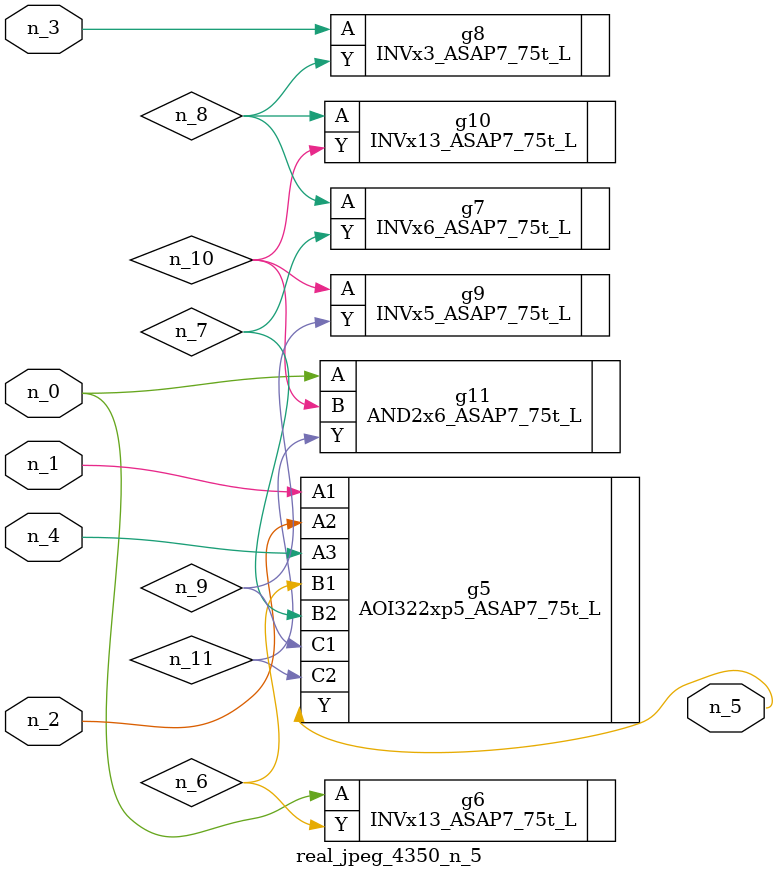
<source format=v>
module real_jpeg_4350_n_5 (n_4, n_0, n_1, n_2, n_3, n_5);

input n_4;
input n_0;
input n_1;
input n_2;
input n_3;

output n_5;

wire n_8;
wire n_11;
wire n_6;
wire n_7;
wire n_10;
wire n_9;

INVx13_ASAP7_75t_L g6 ( 
.A(n_0),
.Y(n_6)
);

AND2x6_ASAP7_75t_L g11 ( 
.A(n_0),
.B(n_10),
.Y(n_11)
);

AOI322xp5_ASAP7_75t_L g5 ( 
.A1(n_1),
.A2(n_2),
.A3(n_4),
.B1(n_6),
.B2(n_7),
.C1(n_9),
.C2(n_11),
.Y(n_5)
);

INVx3_ASAP7_75t_L g8 ( 
.A(n_3),
.Y(n_8)
);

INVx6_ASAP7_75t_L g7 ( 
.A(n_8),
.Y(n_7)
);

INVx13_ASAP7_75t_L g10 ( 
.A(n_8),
.Y(n_10)
);

INVx5_ASAP7_75t_L g9 ( 
.A(n_10),
.Y(n_9)
);


endmodule
</source>
